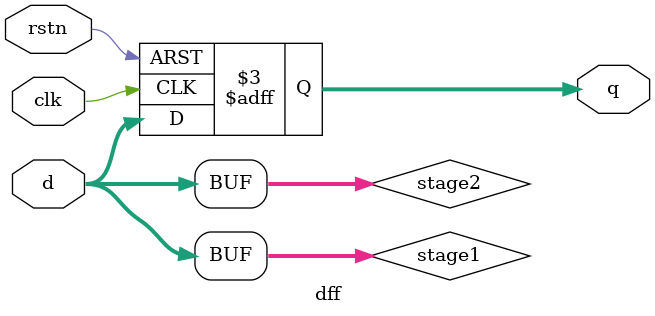
<source format=v>
module dff #(
    parameter WIDTH = 8
) (
    input wire clk,
    input wire rstn,
    input wire [WIDTH-1:0] d,
    output reg [WIDTH-1:0] q
);
    wire [WIDTH-1:0] stage1, stage2;
    assign stage1 = d;
    assign stage2 = stage1;
    always @(posedge clk or negedge rstn) begin
        if (!rstn)
            q <= 0;
        else
            q <= stage2;
    end
endmodule

</source>
